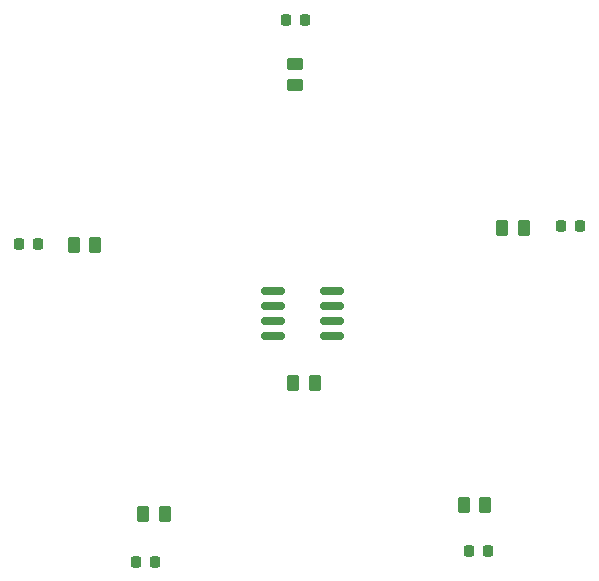
<source format=gbr>
%TF.GenerationSoftware,KiCad,Pcbnew,7.0.5-0*%
%TF.CreationDate,2024-04-01T07:30:38-07:00*%
%TF.ProjectId,StarNecklace,53746172-4e65-4636-9b6c-6163652e6b69,1*%
%TF.SameCoordinates,Original*%
%TF.FileFunction,Paste,Top*%
%TF.FilePolarity,Positive*%
%FSLAX46Y46*%
G04 Gerber Fmt 4.6, Leading zero omitted, Abs format (unit mm)*
G04 Created by KiCad (PCBNEW 7.0.5-0) date 2024-04-01 07:30:38*
%MOMM*%
%LPD*%
G01*
G04 APERTURE LIST*
G04 Aperture macros list*
%AMRoundRect*
0 Rectangle with rounded corners*
0 $1 Rounding radius*
0 $2 $3 $4 $5 $6 $7 $8 $9 X,Y pos of 4 corners*
0 Add a 4 corners polygon primitive as box body*
4,1,4,$2,$3,$4,$5,$6,$7,$8,$9,$2,$3,0*
0 Add four circle primitives for the rounded corners*
1,1,$1+$1,$2,$3*
1,1,$1+$1,$4,$5*
1,1,$1+$1,$6,$7*
1,1,$1+$1,$8,$9*
0 Add four rect primitives between the rounded corners*
20,1,$1+$1,$2,$3,$4,$5,0*
20,1,$1+$1,$4,$5,$6,$7,0*
20,1,$1+$1,$6,$7,$8,$9,0*
20,1,$1+$1,$8,$9,$2,$3,0*%
G04 Aperture macros list end*
%ADD10RoundRect,0.218750X0.218750X0.256250X-0.218750X0.256250X-0.218750X-0.256250X0.218750X-0.256250X0*%
%ADD11RoundRect,0.250000X0.262500X0.450000X-0.262500X0.450000X-0.262500X-0.450000X0.262500X-0.450000X0*%
%ADD12RoundRect,0.218750X-0.218750X-0.256250X0.218750X-0.256250X0.218750X0.256250X-0.218750X0.256250X0*%
%ADD13RoundRect,0.150000X-0.825000X-0.150000X0.825000X-0.150000X0.825000X0.150000X-0.825000X0.150000X0*%
%ADD14RoundRect,0.250000X-0.262500X-0.450000X0.262500X-0.450000X0.262500X0.450000X-0.262500X0.450000X0*%
%ADD15RoundRect,0.250000X0.450000X-0.262500X0.450000X0.262500X-0.450000X0.262500X-0.450000X-0.262500X0*%
G04 APERTURE END LIST*
D10*
%TO.C,D5*%
X113269500Y-84633800D03*
X111694500Y-84633800D03*
%TD*%
D11*
%TO.C,R5*%
X113040800Y-80671400D03*
X111215800Y-80671400D03*
%TD*%
D10*
%TO.C,D2*%
X75169500Y-58624200D03*
X73594500Y-58624200D03*
%TD*%
D12*
%TO.C,D3*%
X119441400Y-57100200D03*
X121016400Y-57100200D03*
%TD*%
D11*
%TO.C,R3*%
X116290100Y-57252600D03*
X114465100Y-57252600D03*
%TD*%
D12*
%TO.C,D4*%
X83462500Y-85500000D03*
X85037500Y-85500000D03*
%TD*%
D13*
%TO.C,U1*%
X95100000Y-62620000D03*
X95100000Y-63890000D03*
X95100000Y-65160000D03*
X95100000Y-66430000D03*
X100050000Y-66430000D03*
X100050000Y-65160000D03*
X100050000Y-63890000D03*
X100050000Y-62620000D03*
%TD*%
D11*
%TO.C,R6*%
X98612500Y-70350000D03*
X96787500Y-70350000D03*
%TD*%
D14*
%TO.C,R2*%
X78195800Y-58675000D03*
X80020800Y-58675000D03*
%TD*%
D15*
%TO.C,R1*%
X96940656Y-45181958D03*
X96940656Y-43356958D03*
%TD*%
D12*
%TO.C,D1*%
X96175000Y-39625000D03*
X97750000Y-39625000D03*
%TD*%
D14*
%TO.C,R4*%
X84087500Y-81500000D03*
X85912500Y-81500000D03*
%TD*%
M02*

</source>
